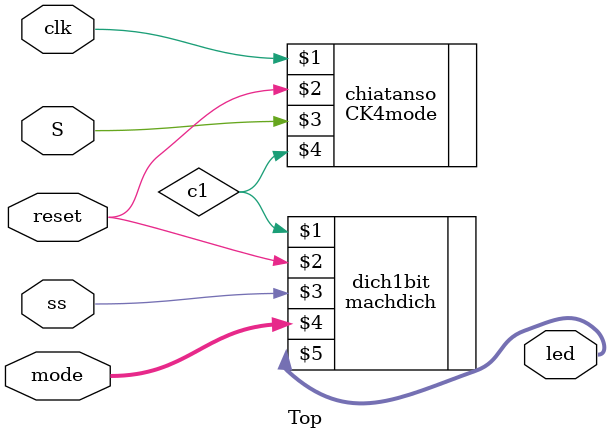
<source format=v>
`timescale 1ns / 1ps
module Top(
input clk, reset, 
input S, 
input ss, 
input [1:0] mode,
output [7:0] led );
 
wire   c1;
machdich dich1bit( c1, reset, ss, mode, led);

CK4mode chiatanso(clk, reset, S, c1);

endmodule
</source>
